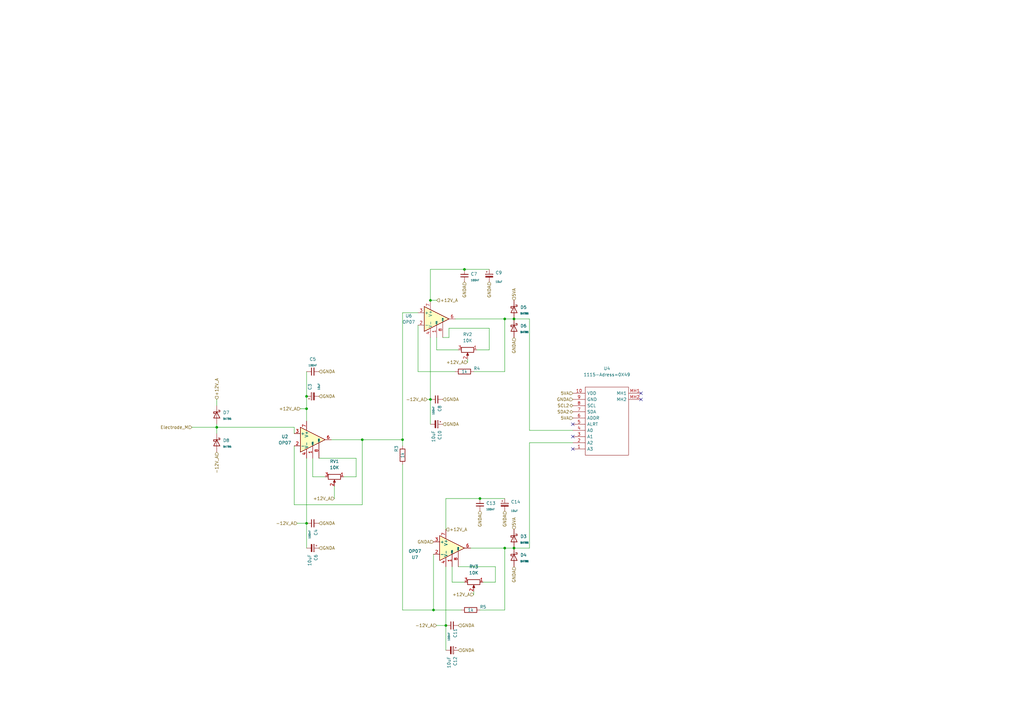
<source format=kicad_sch>
(kicad_sch (version 20211123) (generator eeschema)
  (paper "A3")
  (lib_symbols
    (symbol "1085:1085" (pin_names (offset 0.762))
      (property "Reference" "IC" (at 24.13 7.62 0))
      (property "Value" "1085" (at 24.13 5.08 0))
      (symbol "1085_0_0"
        (pin passive line (at 0 -22.86 0) (length 5.08) (name "A3") (number "1"))
        (pin passive line (at 0 0 0) (length 5.08) (name "VDD") (number "10"))
        (pin passive line (at 0 -20.32 0) (length 5.08) (name "A2") (number "2"))
        (pin passive line (at 0 -17.78 0) (length 5.08) (name "A1") (number "3"))
        (pin passive line (at 0 -15.24 0) (length 5.08) (name "A0") (number "4"))
        (pin passive line (at 0 -12.7 0) (length 5.08) (name "ALRT") (number "5"))
        (pin passive line (at 0 -10.16 0) (length 5.08) (name "ADDR") (number "6"))
        (pin passive line (at 0 -7.62 0) (length 5.08) (name "SDA") (number "7"))
        (pin passive line (at 0 -5.08 0) (length 5.08) (name "SCL") (number "8"))
        (pin passive line (at 0 -2.54 0) (length 5.08) (name "GND") (number "9"))
        (pin passive line (at 27.94 0 180) (length 5.08) (name "MH1") (number "MH1"))
        (pin passive line (at 27.94 -2.54 180) (length 5.08) (name "MH2") (number "MH2"))
      )
      (symbol "1085_0_1"
        (polyline (pts (xy 5.08 2.54) (xy 22.86 2.54) (xy 22.86 -25.4) (xy 5.08 -25.4) (xy 5.08 2.54)) (stroke (width 0.1524)))
      )
    )
    (symbol "Amplifier_Operational:OP07" (pin_names (offset 0.127))
      (property "Reference" "U" (at 1.27 6.35 0))
      (property "Value" "OP07" (at 1.27 3.81 0))
      (symbol "OP07_0_1"
        (polyline (pts (xy -5.08 5.08) (xy 5.08 0) (xy -5.08 -5.08) (xy -5.08 5.08)) (stroke (width 0.254)) (fill (type background)))
      )
      (symbol "OP07_1_1"
        (pin input line (at 0 -7.62 90) (length 5.08) (name "VOS") (number "1"))
        (pin input line (at -7.62 -2.54 0) (length 2.54) (name "-") (number "2"))
        (pin input line (at -7.62 2.54 0) (length 2.54) (name "+") (number "3"))
        (pin power_in line (at -2.54 -7.62 90) (length 3.81) (name "V-") (number "4"))
        (pin no_connect line (at 0 2.54 270) (length 2.54) hide (name "NC") (number "5"))
        (pin output line (at 7.62 0 180) (length 2.54) (name "~") (number "6"))
        (pin power_in line (at -2.54 7.62 270) (length 3.81) (name "V+") (number "7"))
        (pin input line (at 2.54 -7.62 90) (length 6.35) (name "VOS") (number "8"))
      )
    )
    (symbol "Device:C_Polarized_Small" (pin_numbers hide) (pin_names (offset 0.254) hide)
      (property "Reference" "C" (at 0.254 1.778 0))
      (property "Value" "C_Polarized_Small" (at 0.254 -2.032 0))
      (symbol "C_Polarized_Small_0_1"
        (rectangle (start -1.524 -0.3048) (end 1.524 -0.6858) (fill (type outline)))
        (rectangle (start -1.524 0.6858) (end 1.524 0.3048))
        (polyline (pts (xy -1.27 1.524) (xy -0.762 1.524)))
        (polyline (pts (xy -1.016 1.27) (xy -1.016 1.778)))
      )
      (symbol "C_Polarized_Small_1_1"
        (pin passive line (at 0 2.54 270) (length 1.8542) (name "~") (number "1"))
        (pin passive line (at 0 -2.54 90) (length 1.8542) (name "~") (number "2"))
      )
    )
    (symbol "Device:C_Small" (pin_numbers hide) (pin_names (offset 0.254) hide)
      (property "Reference" "C" (at 0.254 1.778 0))
      (property "Value" "C_Small" (at 0.254 -2.032 0))
      (symbol "C_Small_0_1"
        (polyline (pts (xy -1.524 -0.508) (xy 1.524 -0.508)) (stroke (width 0.3302)))
        (polyline (pts (xy -1.524 0.508) (xy 1.524 0.508)) (stroke (width 0.3048)))
      )
      (symbol "C_Small_1_1"
        (pin passive line (at 0 2.54 270) (length 2.032) (name "~") (number "1"))
        (pin passive line (at 0 -2.54 90) (length 2.032) (name "~") (number "2"))
      )
    )
    (symbol "Device:R" (pin_numbers hide) (pin_names (offset 0))
      (property "Reference" "R" (at 2.032 0 90))
      (property "Value" "R" (at 0 0 90))
      (symbol "R_0_1"
        (rectangle (start -1.016 -2.54) (end 1.016 2.54) (stroke (width 0.254)))
      )
      (symbol "R_1_1"
        (pin passive line (at 0 3.81 270) (length 1.27) (name "~") (number "1"))
        (pin passive line (at 0 -3.81 90) (length 1.27) (name "~") (number "2"))
      )
    )
    (symbol "Device:R_Potentiometer" (pin_names (offset 1.016) hide)
      (property "Reference" "RV" (at -4.445 0 90))
      (property "Value" "R_Potentiometer" (at -2.54 0 90))
      (symbol "R_Potentiometer_0_1"
        (polyline (pts (xy 2.54 0) (xy 1.524 0)))
        (polyline (pts (xy 1.143 0) (xy 2.286 0.508) (xy 2.286 -0.508) (xy 1.143 0)) (fill (type outline)))
        (rectangle (start 1.016 2.54) (end -1.016 -2.54) (stroke (width 0.254)))
      )
      (symbol "R_Potentiometer_1_1"
        (pin passive line (at 0 3.81 270) (length 1.27) (name "1") (number "1"))
        (pin passive line (at 3.81 0 180) (length 1.27) (name "2") (number "2"))
        (pin passive line (at 0 -3.81 90) (length 1.27) (name "3") (number "3"))
      )
    )
    (symbol "Diode:BAT86" (pin_numbers hide) (pin_names (offset 1.016) hide)
      (property "Reference" "D" (at 0 2.54 0))
      (property "Value" "BAT86" (at 0 -2.54 0))
      (symbol "BAT86_0_1"
        (polyline (pts (xy 1.27 0) (xy -1.27 0)))
        (polyline (pts (xy 1.27 1.27) (xy 1.27 -1.27) (xy -1.27 0) (xy 1.27 1.27)) (stroke (width 0.254)))
        (polyline (pts (xy -1.905 0.635) (xy -1.905 1.27) (xy -1.27 1.27) (xy -1.27 -1.27) (xy -0.635 -1.27) (xy -0.635 -0.635)) (stroke (width 0.254)))
      )
      (symbol "BAT86_1_1"
        (pin passive line (at -3.81 0 0) (length 2.54) (name "K") (number "1"))
        (pin passive line (at 3.81 0 180) (length 2.54) (name "A") (number "2"))
      )
    )
  )
  (junction (at 207.01 224.79))
  (junction (at 125.73 162.56))
  (junction (at 207.01 130.81))
  (junction (at 125.73 214.63))
  (junction (at 196.85 204.47))
  (junction (at 190.5 110.49))
  (junction (at 88.9 175.26))
  (junction (at 165.1 180.34))
  (junction (at 176.53 163.83))
  (junction (at 177.8 250.19))
  (junction (at 182.88 256.54))
  (junction (at 210.82 130.81))
  (junction (at 176.53 123.19))
  (junction (at 148.59 180.34))
  (junction (at 210.82 224.79))
  (junction (at 125.73 167.64))
  (no_connect (at 262.89 163.83))
  (no_connect (at 234.95 179.07))
  (no_connect (at 262.89 161.29))
  (no_connect (at 234.95 173.99))
  (no_connect (at 234.95 184.15))
  (wire (pts (xy 165.1 250.19) (xy 177.8 250.19)))
  (wire (pts (xy 130.81 187.96) (xy 146.05 187.96)))
  (wire (pts (xy 176.53 138.43) (xy 176.53 163.83)))
  (wire (pts (xy 182.88 204.47) (xy 182.88 217.17)))
  (wire (pts (xy 171.45 128.27) (xy 165.1 128.27)))
  (wire (pts (xy 125.73 187.96) (xy 125.73 214.63)))
  (wire (pts (xy 177.8 227.33) (xy 177.8 250.19)))
  (wire (pts (xy 179.07 138.43) (xy 179.07 143.51)))
  (wire (pts (xy 234.95 181.61) (xy 217.17 181.61)))
  (wire (pts (xy 148.59 180.34) (xy 148.59 207.01)))
  (wire (pts (xy 176.53 163.83) (xy 176.53 173.99)))
  (wire (pts (xy 191.77 147.32) (xy 191.77 148.59)))
  (wire (pts (xy 203.2 232.41) (xy 203.2 238.76)))
  (wire (pts (xy 176.53 110.49) (xy 176.53 123.19)))
  (wire (pts (xy 185.42 238.76) (xy 190.5 238.76)))
  (wire (pts (xy 146.05 195.58) (xy 140.97 195.58)))
  (wire (pts (xy 203.2 238.76) (xy 198.12 238.76)))
  (wire (pts (xy 125.73 214.63) (xy 125.73 224.79)))
  (wire (pts (xy 190.5 110.49) (xy 200.66 110.49)))
  (wire (pts (xy 137.16 199.39) (xy 137.16 204.47)))
  (wire (pts (xy 165.1 190.5) (xy 165.1 250.19)))
  (wire (pts (xy 207.01 224.79) (xy 210.82 224.79)))
  (wire (pts (xy 125.73 167.64) (xy 125.73 172.72)))
  (wire (pts (xy 207.01 130.81) (xy 186.69 130.81)))
  (wire (pts (xy 184.15 134.62) (xy 200.66 134.62)))
  (wire (pts (xy 217.17 224.79) (xy 210.82 224.79)))
  (wire (pts (xy 234.95 176.53) (xy 217.17 176.53)))
  (wire (pts (xy 217.17 130.81) (xy 217.17 176.53)))
  (wire (pts (xy 171.45 133.35) (xy 171.45 152.4)))
  (wire (pts (xy 182.88 232.41) (xy 182.88 256.54)))
  (wire (pts (xy 146.05 187.96) (xy 146.05 195.58)))
  (wire (pts (xy 88.9 163.83) (xy 88.9 166.37)))
  (wire (pts (xy 120.65 207.01) (xy 148.59 207.01)))
  (wire (pts (xy 210.82 130.81) (xy 217.17 130.81)))
  (wire (pts (xy 125.73 162.56) (xy 125.73 167.64)))
  (wire (pts (xy 165.1 180.34) (xy 165.1 182.88)))
  (wire (pts (xy 184.15 138.43) (xy 184.15 134.62)))
  (wire (pts (xy 207.01 250.19) (xy 207.01 224.79)))
  (wire (pts (xy 176.53 110.49) (xy 190.5 110.49)))
  (wire (pts (xy 217.17 181.61) (xy 217.17 224.79)))
  (wire (pts (xy 165.1 128.27) (xy 165.1 180.34)))
  (wire (pts (xy 123.19 167.64) (xy 125.73 167.64)))
  (wire (pts (xy 88.9 175.26) (xy 88.9 177.8)))
  (wire (pts (xy 207.01 130.81) (xy 210.82 130.81)))
  (wire (pts (xy 193.04 224.79) (xy 207.01 224.79)))
  (wire (pts (xy 207.01 130.81) (xy 207.01 152.4)))
  (wire (pts (xy 194.31 242.57) (xy 194.31 243.84)))
  (wire (pts (xy 207.01 152.4) (xy 194.31 152.4)))
  (wire (pts (xy 179.07 256.54) (xy 182.88 256.54)))
  (wire (pts (xy 125.73 152.4) (xy 125.73 162.56)))
  (wire (pts (xy 177.8 250.19) (xy 189.23 250.19)))
  (wire (pts (xy 88.9 175.26) (xy 120.65 175.26)))
  (wire (pts (xy 200.66 143.51) (xy 195.58 143.51)))
  (wire (pts (xy 135.89 180.34) (xy 148.59 180.34)))
  (wire (pts (xy 179.07 143.51) (xy 187.96 143.51)))
  (wire (pts (xy 185.42 232.41) (xy 185.42 238.76)))
  (wire (pts (xy 187.96 232.41) (xy 203.2 232.41)))
  (wire (pts (xy 120.65 182.88) (xy 120.65 207.01)))
  (wire (pts (xy 128.27 195.58) (xy 133.35 195.58)))
  (wire (pts (xy 196.85 204.47) (xy 207.01 204.47)))
  (wire (pts (xy 171.45 152.4) (xy 186.69 152.4)))
  (wire (pts (xy 121.92 214.63) (xy 125.73 214.63)))
  (wire (pts (xy 196.85 250.19) (xy 207.01 250.19)))
  (wire (pts (xy 175.26 163.83) (xy 176.53 163.83)))
  (wire (pts (xy 120.65 175.26) (xy 120.65 177.8)))
  (wire (pts (xy 128.27 187.96) (xy 128.27 195.58)))
  (wire (pts (xy 200.66 134.62) (xy 200.66 143.51)))
  (wire (pts (xy 182.88 256.54) (xy 182.88 266.7)))
  (wire (pts (xy 88.9 173.99) (xy 88.9 175.26)))
  (wire (pts (xy 148.59 180.34) (xy 165.1 180.34)))
  (wire (pts (xy 182.88 204.47) (xy 196.85 204.47)))
  (wire (pts (xy 181.61 138.43) (xy 184.15 138.43)))
  (wire (pts (xy 176.53 123.19) (xy 179.07 123.19)))
  (wire (pts (xy 78.74 175.26) (xy 88.9 175.26)))
  (hierarchical_label "GNDA" (shape input) (at 190.5 115.57 270))
  (hierarchical_label "5VA" (shape input) (at 234.95 171.45 180))
  (hierarchical_label "GNDA" (shape input) (at 210.82 138.43 270))
  (hierarchical_label "GNDA" (shape input) (at 130.81 224.79 0))
  (hierarchical_label "+12V_A" (shape input) (at 191.77 148.59 180))
  (hierarchical_label "+12V_A" (shape input) (at 182.88 217.17 0))
  (hierarchical_label "+12V_A" (shape input) (at 194.31 243.84 180))
  (hierarchical_label "GNDA" (shape input) (at 210.82 232.41 270))
  (hierarchical_label "-12V_A" (shape input) (at 121.92 214.63 180))
  (hierarchical_label "GNDA" (shape input) (at 130.81 214.63 0))
  (hierarchical_label "-12V_A" (shape input) (at 175.26 163.83 180))
  (hierarchical_label "SCL2" (shape bidirectional) (at 234.95 166.37 180))
  (hierarchical_label "+12V_A" (shape input) (at 179.07 123.19 0))
  (hierarchical_label "GNDA" (shape input) (at 130.81 152.4 0))
  (hierarchical_label "GNDA" (shape input) (at 196.85 209.55 270))
  (hierarchical_label "-12V_A" (shape input) (at 179.07 256.54 180))
  (hierarchical_label "GNDA" (shape input) (at 177.8 222.25 180))
  (hierarchical_label "SDA2" (shape bidirectional) (at 234.95 168.91 180))
  (hierarchical_label "GNDA" (shape input) (at 181.61 163.83 0))
  (hierarchical_label "GNDA" (shape input) (at 207.01 209.55 270))
  (hierarchical_label "Electrode_M" (shape input) (at 78.74 175.26 180))
  (hierarchical_label "GNDA" (shape input) (at 200.66 115.57 270))
  (hierarchical_label "5VA" (shape input) (at 210.82 123.19 90))
  (hierarchical_label "GNDA" (shape input) (at 181.61 173.99 0))
  (hierarchical_label "+12V_A" (shape input) (at 88.9 163.83 90))
  (hierarchical_label "5VA" (shape input) (at 210.82 217.17 90))
  (hierarchical_label "5VA" (shape input) (at 234.95 161.29 180))
  (hierarchical_label "+12V_A" (shape input) (at 123.19 167.64 180))
  (hierarchical_label "GNDA" (shape input) (at 187.96 266.7 0))
  (hierarchical_label "GNDA" (shape input) (at 130.81 162.56 0))
  (hierarchical_label "GNDA" (shape input) (at 187.96 256.54 0))
  (hierarchical_label "GNDA" (shape input) (at 234.95 163.83 180))
  (hierarchical_label "+12V_A" (shape input) (at 137.16 204.47 180))
  (hierarchical_label "-12V_A" (shape input) (at 88.9 185.42 270))
  (symbol (lib_id "Diode:BAT86") (at 88.9 181.61 270) (unit 1)
    (property "Reference" "D8" (at 91.44 180.6574 90) (effects (justify left)))
    (property "Value" "BAT86" (at 91.44 183.1974 90) (effects (font (size 0.75 0.75)) (justify left)))
    (property "Footprint" "Diode_THT:D_DO-35_SOD27_P7.62mm_Horizontal" (effects hide))
    (property "Datasheet" "https://assets.nexperia.com/documents/data-sheet/BAT86.pdf" (effects hide))
  )
  (symbol (lib_id "Device:C_Polarized_Small") (at 179.07 173.99 270) (unit 1)
    (property "Reference" "C10" (at 180.34 176.53 0) (effects (justify left)))
    (property "Value" "10uF" (at 177.8 176.53 0) (effects (justify left)))
    (property "Footprint" "Capacitor_THT:CP_Radial_D6.3mm_P2.50mm" (effects hide))
  )
  (symbol (lib_id "Device:C_Polarized_Small") (at 128.27 224.79 270) (unit 1)
    (property "Reference" "C6" (at 129.54 227.33 0) (effects (justify left)))
    (property "Value" "10uF" (at 127 227.33 0) (effects (justify left)))
    (property "Footprint" "Capacitor_THT:CP_Radial_D6.3mm_P2.50mm" (effects hide))
  )
  (symbol (lib_id "Diode:BAT86") (at 88.9 170.18 270) (unit 1)
    (property "Reference" "D7" (at 91.44 169.2274 90) (effects (justify left)))
    (property "Value" "BAT86" (at 91.44 171.7674 90) (effects (font (size 0.75 0.75)) (justify left)))
    (property "Footprint" "Diode_THT:D_DO-35_SOD27_P7.62mm_Horizontal" (effects hide))
    (property "Datasheet" "https://assets.nexperia.com/documents/data-sheet/BAT86.pdf" (effects hide))
  )
  (symbol (lib_id "Device:C_Polarized_Small") (at 200.66 113.03 0) (unit 1)
    (property "Reference" "C9" (at 203.2 111.8488 0) (effects (justify left)))
    (property "Value" "10uF" (at 203.2 115.57 0) (effects (font (size 0.75 0.75)) (justify left)))
    (property "Footprint" "Capacitor_THT:CP_Radial_D6.3mm_P2.50mm" (effects hide))
  )
  (symbol (lib_id "Device:R") (at 193.04 250.19 90) (unit 1)
    (property "Reference" "R5" (at 198.12 248.92 90))
    (property "Value" "1k" (at 193.04 250.19 90))
    (property "Footprint" "Resistor_THT:R_Axial_DIN0207_L6.3mm_D2.5mm_P7.62mm_Horizontal" (effects hide))
  )
  (symbol (lib_id "Device:C_Small") (at 196.85 207.01 0) (unit 1)
    (property "Reference" "C13" (at 199.39 206.3812 0) (effects (justify left)))
    (property "Value" "100nF" (at 199.39 208.9212 0) (effects (font (size 0.75 0.75)) (justify left)))
    (property "Footprint" "Capacitor_THT:C_Disc_D8.0mm_W2.5mm_P5.00mm" (effects hide))
  )
  (symbol (lib_id "Amplifier_Operational:OP07") (at 185.42 224.79 0) (unit 1)
    (property "Reference" "U7" (at 170.18 228.6 0))
    (property "Value" "OP07" (at 170.18 226.06 0))
    (property "Footprint" "Package_DIP:DIP-8_W7.62mm" (effects hide))
    (property "Datasheet" "https://www.analog.com/media/en/technical-documentation/data-sheets/OP07.pdf" (effects hide))
  )
  (symbol (lib_id "Device:C_Small") (at 128.27 152.4 90) (unit 1)
    (property "Reference" "C5" (at 128.2763 147.32 90))
    (property "Value" "100nF" (at 128.2763 149.86 90) (effects (font (size 0.75 0.75))))
    (property "Footprint" "Capacitor_THT:C_Disc_D8.0mm_W2.5mm_P5.00mm" (effects hide))
  )
  (symbol (lib_id "Amplifier_Operational:OP07") (at 128.27 180.34 0) (unit 1)
    (property "Reference" "U2" (at 116.84 179.07 0))
    (property "Value" "OP07" (at 116.84 181.61 0))
    (property "Footprint" "Package_DIP:DIP-8_W7.62mm" (effects hide))
    (property "Datasheet" "https://www.analog.com/media/en/technical-documentation/data-sheets/OP07.pdf" (effects hide))
  )
  (symbol (lib_id "Device:R_Potentiometer") (at 194.31 238.76 270) (unit 1)
    (property "Reference" "RV3" (at 194.31 232.41 90))
    (property "Value" "10K" (at 194.31 234.95 90))
    (property "Footprint" "Potentiometer_THT:Potentiometer_Bourns_3296W_Vertical" (effects hide))
  )
  (symbol (lib_id "Diode:BAT86") (at 210.82 134.62 270) (unit 1)
    (property "Reference" "D6" (at 213.36 133.6674 90) (effects (justify left)))
    (property "Value" "BAT86" (at 213.36 136.2074 90) (effects (font (size 0.75 0.75)) (justify left)))
    (property "Footprint" "Diode_THT:D_DO-35_SOD27_P7.62mm_Horizontal" (effects hide))
    (property "Datasheet" "https://assets.nexperia.com/documents/data-sheet/BAT86.pdf" (effects hide))
  )
  (symbol (lib_id "Device:R_Potentiometer") (at 191.77 143.51 270) (unit 1)
    (property "Reference" "RV2" (at 191.77 137.16 90))
    (property "Value" "10K" (at 191.77 139.7 90))
    (property "Footprint" "Potentiometer_THT:Potentiometer_Bourns_3296W_Vertical" (effects hide))
  )
  (symbol (lib_id "Device:C_Small") (at 179.07 163.83 90) (unit 1)
    (property "Reference" "C8" (at 180.34 168.91 0) (effects (justify left)))
    (property "Value" "100nF" (at 177.8 170.18 0) (effects (font (size 0.75 0.75)) (justify left)))
    (property "Footprint" "Capacitor_THT:C_Disc_D8.0mm_W2.5mm_P5.00mm" (effects hide))
  )
  (symbol (lib_id "Amplifier_Operational:OP07") (at 179.07 130.81 0) (unit 1)
    (property "Reference" "U6" (at 167.64 129.54 0))
    (property "Value" "OP07" (at 167.64 132.08 0))
    (property "Footprint" "Package_DIP:DIP-8_W7.62mm" (effects hide))
    (property "Datasheet" "https://www.analog.com/media/en/technical-documentation/data-sheets/OP07.pdf" (effects hide))
  )
  (symbol (lib_id "1085:1085") (at 234.95 161.29 0) (unit 1)
    (property "Reference" "U4" (at 248.92 151.13 0))
    (property "Value" "1115-Adress=0X49" (at 248.92 153.67 0))
    (property "Footprint" "1085:1085" (effects hide))
    (property "Datasheet" "https://cdn-shop.adafruit.com/datasheets/ads1115.pdf" (effects hide))
    (property "MAXIMUM_PACKAGE_HEIGHT" "N/A" (effects hide))
    (property "PARTREV" "N/A" (effects hide))
    (property "STANDARD" "Manufacturer Recommendations" (effects hide))
    (property "Description" "Data Conversion IC Development Tools ADS1115 16-Bit ADC - 4 Channel with Programmable Gain Amplifier" (effects hide))
    (property "Height" "5" (effects hide))
    (property "Manufacturer_Name" "Adafruit" (effects hide))
    (property "Manufacturer_Part_Number" "1085" (effects hide))
    (property "Mouser Part Number" "485-1085" (effects hide))
    (property "Mouser Price/Stock" "https://www.mouser.co.uk/ProductDetail/Adafruit/1085?qs=GURawfaeGuCW8oufi8WauA%3D%3D" (effects hide))
    (property "Arrow Part Number" "1085" (effects hide))
    (property "Arrow Price/Stock" "https://www.arrow.com/en/products/1085/adafruit-industries?region=nac" (effects hide))
  )
  (symbol (lib_id "Device:C_Polarized_Small") (at 185.42 266.7 270) (unit 1)
    (property "Reference" "C12" (at 186.69 269.24 0) (effects (justify left)))
    (property "Value" "10uF" (at 184.15 269.24 0) (effects (justify left)))
    (property "Footprint" "Capacitor_THT:CP_Radial_D6.3mm_P2.50mm" (effects hide))
  )
  (symbol (lib_id "Diode:BAT86") (at 210.82 220.98 270) (unit 1)
    (property "Reference" "D3" (at 213.36 220.0274 90) (effects (justify left)))
    (property "Value" "BAT86" (at 213.36 222.5674 90) (effects (font (size 0.75 0.75)) (justify left)))
    (property "Footprint" "Diode_THT:D_DO-35_SOD27_P7.62mm_Horizontal" (effects hide))
    (property "Datasheet" "https://assets.nexperia.com/documents/data-sheet/BAT86.pdf" (effects hide))
  )
  (symbol (lib_id "Diode:BAT86") (at 210.82 228.6 270) (unit 1)
    (property "Reference" "D4" (at 213.36 227.6474 90) (effects (justify left)))
    (property "Value" "BAT86" (at 213.36 230.1874 90) (effects (font (size 0.75 0.75)) (justify left)))
    (property "Footprint" "Diode_THT:D_DO-35_SOD27_P7.62mm_Horizontal" (effects hide))
    (property "Datasheet" "https://assets.nexperia.com/documents/data-sheet/BAT86.pdf" (effects hide))
  )
  (symbol (lib_id "Device:C_Polarized_Small") (at 128.27 162.56 90) (unit 1)
    (property "Reference" "C3" (at 127.0888 160.02 0) (effects (justify left)))
    (property "Value" "10uF" (at 130.81 160.02 0) (effects (font (size 0.75 0.75)) (justify left)))
    (property "Footprint" "Capacitor_THT:CP_Radial_D6.3mm_P2.50mm" (effects hide))
  )
  (symbol (lib_id "Device:C_Small") (at 185.42 256.54 90) (unit 1)
    (property "Reference" "C11" (at 186.69 261.62 0) (effects (justify left)))
    (property "Value" "100nF" (at 184.15 262.89 0) (effects (font (size 0.75 0.75)) (justify left)))
    (property "Footprint" "Capacitor_THT:C_Disc_D8.0mm_W2.5mm_P5.00mm" (effects hide))
  )
  (symbol (lib_id "Device:R") (at 165.1 186.69 0) (unit 1)
    (property "Reference" "R3" (at 162.56 185.42 90) (effects (justify left)))
    (property "Value" "1k" (at 165.1 187.96 90) (effects (justify left)))
    (property "Footprint" "Resistor_THT:R_Axial_DIN0207_L6.3mm_D2.5mm_P7.62mm_Horizontal" (effects hide))
  )
  (symbol (lib_id "Device:C_Small") (at 128.27 214.63 90) (unit 1)
    (property "Reference" "C4" (at 129.54 219.71 0) (effects (justify left)))
    (property "Value" "100nF" (at 127 220.98 0) (effects (font (size 0.75 0.75)) (justify left)))
    (property "Footprint" "Capacitor_THT:C_Disc_D8.0mm_W2.5mm_P5.00mm" (effects hide))
  )
  (symbol (lib_id "Device:R") (at 190.5 152.4 90) (unit 1)
    (property "Reference" "R4" (at 195.58 151.13 90))
    (property "Value" "1k" (at 190.5 152.4 90))
    (property "Footprint" "Resistor_THT:R_Axial_DIN0207_L6.3mm_D2.5mm_P7.62mm_Horizontal" (effects hide))
  )
  (symbol (lib_id "Device:R_Potentiometer") (at 137.16 195.58 270) (unit 1)
    (property "Reference" "RV1" (at 137.16 189.23 90))
    (property "Value" "10K" (at 137.16 191.77 90))
    (property "Footprint" "Potentiometer_THT:Potentiometer_Bourns_3296W_Vertical" (effects hide))
  )
  (symbol (lib_id "Diode:BAT86") (at 210.82 127 270) (unit 1)
    (property "Reference" "D5" (at 213.36 126.0474 90) (effects (justify left)))
    (property "Value" "BAT86" (at 213.36 128.5874 90) (effects (font (size 0.75 0.75)) (justify left)))
    (property "Footprint" "Diode_THT:D_DO-35_SOD27_P7.62mm_Horizontal" (effects hide))
    (property "Datasheet" "https://assets.nexperia.com/documents/data-sheet/BAT86.pdf" (effects hide))
  )
  (symbol (lib_id "Device:C_Small") (at 190.5 113.03 0) (unit 1)
    (property "Reference" "C7" (at 193.04 112.4012 0) (effects (justify left)))
    (property "Value" "100nF" (at 193.04 114.9412 0) (effects (font (size 0.75 0.75)) (justify left)))
    (property "Footprint" "Capacitor_THT:C_Disc_D8.0mm_W2.5mm_P5.00mm" (effects hide))
  )
  (symbol (lib_id "Device:C_Polarized_Small") (at 207.01 207.01 0) (unit 1)
    (property "Reference" "C14" (at 209.55 205.8288 0) (effects (justify left)))
    (property "Value" "10uF" (at 209.55 209.55 0) (effects (font (size 0.75 0.75)) (justify left)))
    (property "Footprint" "Capacitor_THT:CP_Radial_D6.3mm_P2.50mm" (effects hide))
  )
)
</source>
